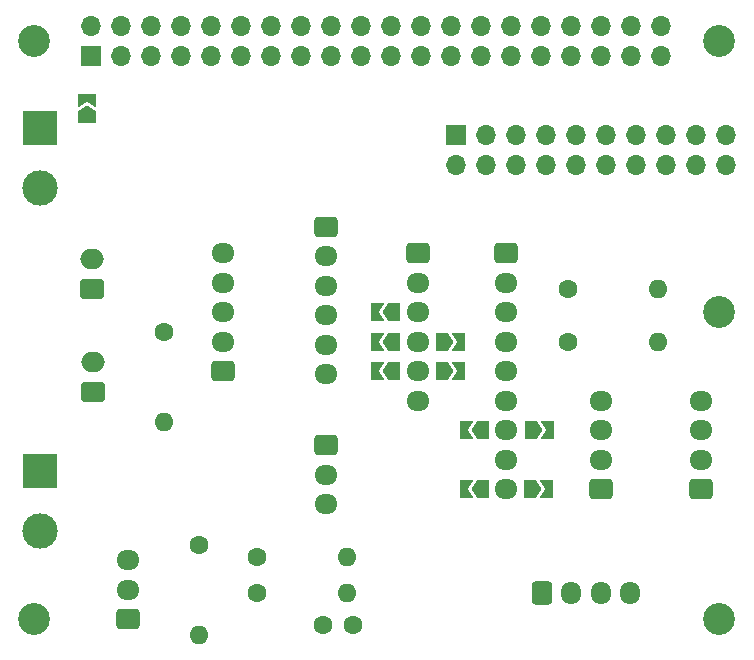
<source format=gbs>
G04 #@! TF.GenerationSoftware,KiCad,Pcbnew,8.0.2-8.0.2-0~ubuntu22.04.1*
G04 #@! TF.CreationDate,2024-05-06T17:13:52-07:00*
G04 #@! TF.ProjectId,pifire-main-module-nopwr,70696669-7265-42d6-9d61-696e2d6d6f64,rev?*
G04 #@! TF.SameCoordinates,Original*
G04 #@! TF.FileFunction,Soldermask,Bot*
G04 #@! TF.FilePolarity,Negative*
%FSLAX46Y46*%
G04 Gerber Fmt 4.6, Leading zero omitted, Abs format (unit mm)*
G04 Created by KiCad (PCBNEW 8.0.2-8.0.2-0~ubuntu22.04.1) date 2024-05-06 17:13:52*
%MOMM*%
%LPD*%
G01*
G04 APERTURE LIST*
G04 Aperture macros list*
%AMRoundRect*
0 Rectangle with rounded corners*
0 $1 Rounding radius*
0 $2 $3 $4 $5 $6 $7 $8 $9 X,Y pos of 4 corners*
0 Add a 4 corners polygon primitive as box body*
4,1,4,$2,$3,$4,$5,$6,$7,$8,$9,$2,$3,0*
0 Add four circle primitives for the rounded corners*
1,1,$1+$1,$2,$3*
1,1,$1+$1,$4,$5*
1,1,$1+$1,$6,$7*
1,1,$1+$1,$8,$9*
0 Add four rect primitives between the rounded corners*
20,1,$1+$1,$2,$3,$4,$5,0*
20,1,$1+$1,$4,$5,$6,$7,0*
20,1,$1+$1,$6,$7,$8,$9,0*
20,1,$1+$1,$8,$9,$2,$3,0*%
%AMFreePoly0*
4,1,6,1.000000,0.000000,0.500000,-0.750000,-0.500000,-0.750000,-0.500000,0.750000,0.500000,0.750000,1.000000,0.000000,1.000000,0.000000,$1*%
%AMFreePoly1*
4,1,6,0.500000,-0.750000,-0.650000,-0.750000,-0.150000,0.000000,-0.650000,0.750000,0.500000,0.750000,0.500000,-0.750000,0.500000,-0.750000,$1*%
G04 Aperture macros list end*
%ADD10RoundRect,0.250000X-0.725000X0.600000X-0.725000X-0.600000X0.725000X-0.600000X0.725000X0.600000X0*%
%ADD11O,1.950000X1.700000*%
%ADD12RoundRect,0.250000X-0.600000X-0.725000X0.600000X-0.725000X0.600000X0.725000X-0.600000X0.725000X0*%
%ADD13O,1.700000X1.950000*%
%ADD14R,3.000000X3.000000*%
%ADD15C,3.000000*%
%ADD16C,2.700000*%
%ADD17RoundRect,0.250000X0.750000X-0.600000X0.750000X0.600000X-0.750000X0.600000X-0.750000X-0.600000X0*%
%ADD18O,2.000000X1.700000*%
%ADD19C,1.600000*%
%ADD20O,1.600000X1.600000*%
%ADD21RoundRect,0.250000X0.725000X-0.600000X0.725000X0.600000X-0.725000X0.600000X-0.725000X-0.600000X0*%
%ADD22R,1.700000X1.700000*%
%ADD23O,1.700000X1.700000*%
%ADD24FreePoly0,180.000000*%
%ADD25FreePoly1,180.000000*%
%ADD26FreePoly0,90.000000*%
%ADD27FreePoly1,90.000000*%
%ADD28FreePoly0,0.000000*%
%ADD29FreePoly1,0.000000*%
G04 APERTURE END LIST*
D10*
X128250000Y-81750000D03*
D11*
X128250000Y-84250000D03*
X128250000Y-86750000D03*
D10*
X128250000Y-63250000D03*
D11*
X128250000Y-65750000D03*
X128250000Y-68250000D03*
X128250000Y-70750000D03*
X128250000Y-73250000D03*
X128250000Y-75750000D03*
D12*
X146500000Y-94250000D03*
D13*
X149000000Y-94250000D03*
X151500000Y-94250000D03*
X154000000Y-94250000D03*
D14*
X104000000Y-54920000D03*
D15*
X104000000Y-60000000D03*
D16*
X161500000Y-47500000D03*
D17*
X108475000Y-77250000D03*
D18*
X108475000Y-74750000D03*
D19*
X148690000Y-73000000D03*
D20*
X156310000Y-73000000D03*
D21*
X111475000Y-96500000D03*
D11*
X111475000Y-94000000D03*
X111475000Y-91500000D03*
D21*
X151500000Y-85500000D03*
D11*
X151500000Y-83000000D03*
X151500000Y-80500000D03*
X151500000Y-78000000D03*
D21*
X119500000Y-75500000D03*
D11*
X119500000Y-73000000D03*
X119500000Y-70500000D03*
X119500000Y-68000000D03*
X119500000Y-65500000D03*
D10*
X143500000Y-65500000D03*
D11*
X143500000Y-68000000D03*
X143500000Y-70500000D03*
X143500000Y-73000000D03*
X143500000Y-75500000D03*
X143500000Y-78000000D03*
X143500000Y-80500000D03*
X143500000Y-83000000D03*
X143500000Y-85500000D03*
D14*
X104000000Y-83960000D03*
D15*
X104000000Y-89040000D03*
D17*
X108450000Y-68500000D03*
D18*
X108450000Y-66000000D03*
D16*
X103500000Y-96500000D03*
X161500000Y-70500000D03*
X103500000Y-47500000D03*
D21*
X160000000Y-85500000D03*
D11*
X160000000Y-83000000D03*
X160000000Y-80500000D03*
X160000000Y-78000000D03*
D19*
X122380000Y-91250000D03*
D20*
X130000000Y-91250000D03*
D22*
X139220000Y-55500000D03*
D23*
X139220000Y-58040000D03*
X141760000Y-55500000D03*
X141760000Y-58040000D03*
X144300000Y-55500000D03*
X144300000Y-58040000D03*
X146840000Y-55500000D03*
X146840000Y-58040000D03*
X149380000Y-55500000D03*
X149380000Y-58040000D03*
X151920000Y-55500000D03*
X151920000Y-58040000D03*
X154460000Y-55500000D03*
X154460000Y-58040000D03*
X157000000Y-55500000D03*
X157000000Y-58040000D03*
X159540000Y-55500000D03*
X159540000Y-58040000D03*
X162080000Y-55500000D03*
X162080000Y-58040000D03*
D19*
X128000000Y-97000000D03*
X130500000Y-97000000D03*
X122380000Y-94250000D03*
D20*
X130000000Y-94250000D03*
D16*
X161500000Y-96500000D03*
D19*
X148690000Y-68500000D03*
D20*
X156310000Y-68500000D03*
D10*
X136000000Y-65500000D03*
D11*
X136000000Y-68000000D03*
X136000000Y-70500000D03*
X136000000Y-73000000D03*
X136000000Y-75500000D03*
X136000000Y-78000000D03*
D19*
X117500000Y-90190000D03*
D20*
X117500000Y-97810000D03*
D19*
X114500000Y-72190000D03*
D20*
X114500000Y-79810000D03*
D22*
X108370000Y-48770000D03*
D23*
X108370000Y-46230000D03*
X110910000Y-48770000D03*
X110910000Y-46230000D03*
X113450000Y-48770000D03*
X113450000Y-46230000D03*
X115990000Y-48770000D03*
X115990000Y-46230000D03*
X118530000Y-48770000D03*
X118530000Y-46230000D03*
X121070000Y-48770000D03*
X121070000Y-46230000D03*
X123610000Y-48770000D03*
X123610000Y-46230000D03*
X126150000Y-48770000D03*
X126150000Y-46230000D03*
X128690000Y-48770000D03*
X128690000Y-46230000D03*
X131230000Y-48770000D03*
X131230000Y-46230000D03*
X133770000Y-48770000D03*
X133770000Y-46230000D03*
X136310000Y-48770000D03*
X136310000Y-46230000D03*
X138850000Y-48770000D03*
X138850000Y-46230000D03*
X141390000Y-48770000D03*
X141390000Y-46230000D03*
X143930000Y-48770000D03*
X143930000Y-46230000D03*
X146470000Y-48770000D03*
X146470000Y-46230000D03*
X149010000Y-48770000D03*
X149010000Y-46230000D03*
X151550000Y-48770000D03*
X151550000Y-46230000D03*
X154090000Y-48770000D03*
X154090000Y-46230000D03*
X156630000Y-48770000D03*
X156630000Y-46230000D03*
D24*
X134000000Y-70500000D03*
D25*
X132550000Y-70500000D03*
D24*
X134000000Y-73000000D03*
D25*
X132550000Y-73000000D03*
D24*
X141500000Y-85500000D03*
D25*
X140050000Y-85500000D03*
D26*
X108000000Y-53950000D03*
D27*
X108000000Y-52500000D03*
D28*
X138050000Y-75500000D03*
D29*
X139500000Y-75500000D03*
D28*
X145500000Y-85500000D03*
D29*
X146950000Y-85500000D03*
D24*
X141500000Y-80500000D03*
D25*
X140050000Y-80500000D03*
D28*
X138050000Y-73000000D03*
D29*
X139500000Y-73000000D03*
D28*
X145550000Y-80500000D03*
D29*
X147000000Y-80500000D03*
D24*
X134000000Y-75500000D03*
D25*
X132550000Y-75500000D03*
M02*

</source>
